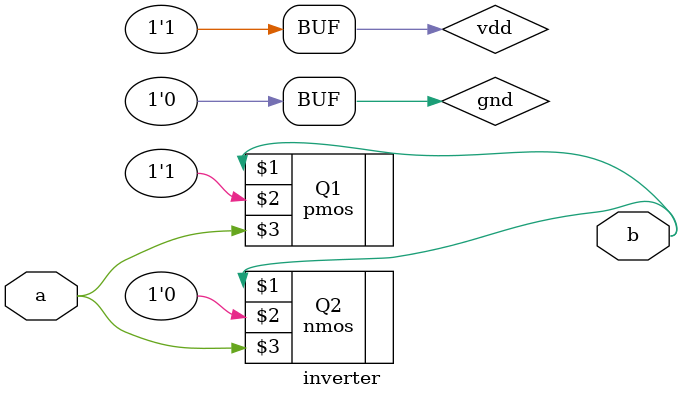
<source format=v>
module inverter (
    input a,
    output b
);
    // power
    supply1 vdd;
    supply0 gnd;
    
    // pull up network
    pmos Q1(b, vdd, a);

    // pull down network
    nmos Q2(b, gnd, a);
endmodule
</source>
